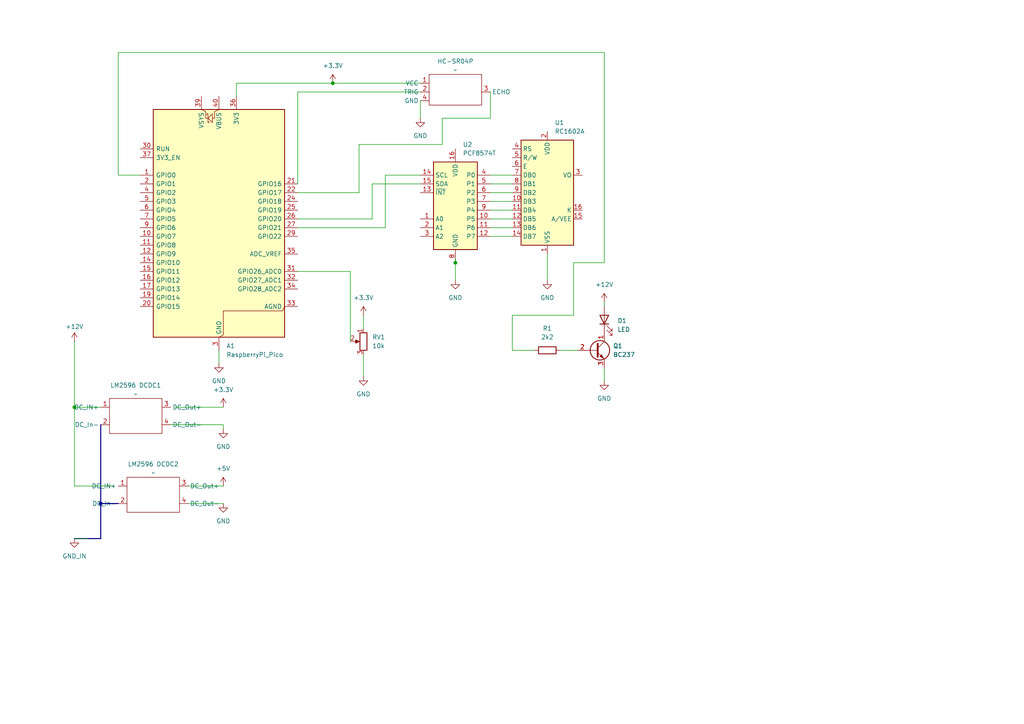
<source format=kicad_sch>
(kicad_sch (version 20250114) (generator "eeschema") (generator_version "9.0")
  (paper "A4")
  (title_block (title "Distance alarm using Pi Pico") (date "2025-04-23") (rev "0.1") (company "TLC IT Consulting"))
  (lib_symbols
    (symbol "Converter_DCDC:LM2596_StepDown" (in_bom no) (on_board no)
      (property "Reference" "LM2596 DCDC" (at 3.81 0 0))
      (symbol "LM2596_StepDown_0_1"
        (rectangle (start -3.81 5.08) (end 11.43 -5.08))
      )
      (symbol "LM2596_StepDown_1_1"
        (pin input line (at -3.81 2.54 180) (length 2.54) (name "DC_IN+") (number "1"))
        (pin input line (at -3.81 -2.54 180) (length 2.54) (name "DC_In-") (number "2"))
        (pin output line (at 11.43 2.54 0) (length 2.54) (name "DC_Out+") (number "3"))
        (pin output line (at 11.43 -2.54 0) (length 2.54) (name "DC_Out-") (number "4"))
      )
    )
    (symbol "Device:LED" (pin_numbers (hide yes)) (pin_names (offset 1.016) (hide yes))
      (property "Reference" "D" (at 0 2.54 0))
      (property "Value" "LED" (at 0 -2.54 0))
      (symbol "LED_0_1"
        (polyline (pts (xy -3.048 -0.762) (xy -4.572 -2.286) (xy -3.81 -2.286) (xy -4.572 -2.286) (xy -4.572 -1.524)))
        (polyline (pts (xy -1.778 -0.762) (xy -3.302 -2.286) (xy -2.54 -2.286) (xy -3.302 -2.286) (xy -3.302 -1.524)))
        (polyline (pts (xy -1.27 0) (xy 1.27 0)))
        (polyline (pts (xy -1.27 -1.27) (xy -1.27 1.27)) (stroke (width 0.254)))
        (polyline (pts (xy 1.27 -1.27) (xy 1.27 1.27) (xy -1.27 0) (xy 1.27 -1.27)) (stroke (width 0.254)))
      )
      (symbol "LED_1_1"
        (pin passive line (at -3.81 0 0) (length 2.54) (name "K") (number "1"))
        (pin passive line (at 3.81 0 180) (length 2.54) (name "A") (number "2"))
      )
    )
    (symbol "Device:R" (pin_numbers (hide yes)) (pin_names (offset 0))
      (property "Reference" "R" (at 2.032 0 90))
      (property "Value" "R" (at 0 0 90))
      (symbol "R_0_1"
        (rectangle (start -1.016 -2.54) (end 1.016 2.54) (stroke (width 0.254)))
      )
      (symbol "R_1_1"
        (pin passive line (at 0 3.81 270) (length 1.27) (name "~") (number "1"))
        (pin passive line (at 0 -3.81 90) (length 1.27) (name "~") (number "2"))
      )
    )
    (symbol "Device:R_Potentiometer" (pin_names (offset 1.016) (hide yes))
      (property "Reference" "RV" (at -4.445 0 90))
      (property "Value" "R_Potentiometer" (at -2.54 0 90))
      (symbol "R_Potentiometer_0_1"
        (rectangle (start 1.016 2.54) (end -1.016 -2.54) (stroke (width 0.254)))
        (polyline (pts (xy 1.143 0) (xy 2.286 0.508) (xy 2.286 -0.508) (xy 1.143 0)) (fill (type outline)))
        (polyline (pts (xy 2.54 0) (xy 1.524 0)))
      )
      (symbol "R_Potentiometer_1_1"
        (pin passive line (at 0 3.81 270) (length 1.27) (name "1") (number "1"))
        (pin passive line (at 0 -3.81 90) (length 1.27) (name "3") (number "3"))
        (pin passive line (at 3.81 0 180) (length 1.27) (name "2") (number "2"))
      )
    )
    (symbol "Display_Character:RC1602A"
      (property "Reference" "U" (at -6.35 16.51 0))
      (property "Value" "RC1602A" (at 2.794 16.51 0))
      (symbol "RC1602A_0_1"
        (rectangle (start -7.62 15.24) (end 7.62 -15.24) (stroke (width 0.254)) (fill (type background)))
      )
      (symbol "RC1602A_1_1"
        (pin input line (at -10.16 12.7 0) (length 2.54) (name "RS") (number "4"))
        (pin input line (at -10.16 10.16 0) (length 2.54) (name "R/W") (number "5"))
        (pin input line (at -10.16 7.62 0) (length 2.54) (name "E") (number "6"))
        (pin bidirectional line (at -10.16 5.08 0) (length 2.54) (name "DB0") (number "7"))
        (pin bidirectional line (at -10.16 2.54 0) (length 2.54) (name "DB1") (number "8"))
        (pin bidirectional line (at -10.16 0 0) (length 2.54) (name "DB2") (number "9"))
        (pin bidirectional line (at -10.16 -2.54 0) (length 2.54) (name "DB3") (number "10"))
        (pin bidirectional line (at -10.16 -5.08 0) (length 2.54) (name "DB4") (number "11"))
        (pin bidirectional line (at -10.16 -7.62 0) (length 2.54) (name "DB5") (number "12"))
        (pin bidirectional line (at -10.16 -10.16 0) (length 2.54) (name "DB6") (number "13"))
        (pin bidirectional line (at -10.16 -12.7 0) (length 2.54) (name "DB7") (number "14"))
        (pin power_in line (at 0 17.78 270) (length 2.54) (name "VDD") (number "2"))
        (pin power_in line (at 0 -17.78 90) (length 2.54) (name "VSS") (number "1"))
        (pin power_in line (at 10.16 5.08 180) (length 2.54) (name "VO") (number "3"))
        (pin power_in line (at 10.16 -5.08 180) (length 2.54) (name "K") (number "16"))
        (pin power_in line (at 10.16 -7.62 180) (length 2.54) (name "A/VEE") (number "15"))
      )
    )
    (symbol "Interface_Expansion:PCF8574T"
      (property "Reference" "U" (at -6.35 12.954 0))
      (property "Value" "PCF8574T" (at 3.048 12.954 0))
      (symbol "PCF8574T_0_1"
        (rectangle (start -6.35 -13.97) (end 6.35 11.43) (stroke (width 0.254)) (fill (type background)))
      )
      (symbol "PCF8574T_1_1"
        (pin input line (at -10.16 7.62 0) (length 3.81) (name "SCL") (number "14"))
        (pin bidirectional line (at -10.16 5.08 0) (length 3.81) (name "SDA") (number "15"))
        (pin open_collector line (at -10.16 2.54 0) (length 3.81) (name "~{INT}") (number "13"))
        (pin input line (at -10.16 -5.08 0) (length 3.81) (name "A0") (number "1"))
        (pin input line (at -10.16 -7.62 0) (length 3.81) (name "A1") (number "2"))
        (pin input line (at -10.16 -10.16 0) (length 3.81) (name "A2") (number "3"))
        (pin power_in line (at 0 15.24 270) (length 3.81) (name "VDD") (number "16"))
        (pin power_in line (at 0 -17.78 90) (length 3.81) (name "GND") (number "8"))
        (pin bidirectional line (at 10.16 7.62 180) (length 3.81) (name "P0") (number "4"))
        (pin bidirectional line (at 10.16 5.08 180) (length 3.81) (name "P1") (number "5"))
        (pin bidirectional line (at 10.16 2.54 180) (length 3.81) (name "P2") (number "6"))
        (pin bidirectional line (at 10.16 0 180) (length 3.81) (name "P3") (number "7"))
        (pin bidirectional line (at 10.16 -2.54 180) (length 3.81) (name "P4") (number "9"))
        (pin bidirectional line (at 10.16 -5.08 180) (length 3.81) (name "P5") (number "10"))
        (pin bidirectional line (at 10.16 -7.62 180) (length 3.81) (name "P6") (number "11"))
        (pin bidirectional line (at 10.16 -10.16 180) (length 3.81) (name "P7") (number "12"))
      )
    )
    (symbol "MCU_Module:RaspberryPi_Pico" (pin_names (offset 0.762))
      (property "Reference" "A" (at -19.05 35.56 0))
      (property "Value" "RaspberryPi_Pico" (at 7.62 35.56 0))
      (symbol "RaspberryPi_Pico_0_1"
        (rectangle (start -19.05 34.29) (end 19.05 -31.75) (stroke (width 0.254)) (fill (type background)))
        (polyline (pts (xy -5.08 34.29) (xy -3.81 33.655) (xy -3.81 31.75) (xy -3.175 31.75)))
        (polyline (pts (xy -3.429 32.766) (xy -3.429 33.02) (xy -3.175 33.02) (xy -3.175 30.48) (xy -2.921 30.48) (xy -2.921 30.734)))
        (polyline (pts (xy -3.175 31.75) (xy -1.905 33.02) (xy -1.905 30.48) (xy -3.175 31.75)))
        (polyline (pts (xy 0 34.29) (xy -1.27 33.655) (xy -1.27 31.75) (xy -1.905 31.75)))
        (polyline (pts (xy 0 -31.75) (xy 1.27 -31.115) (xy 1.27 -24.13) (xy 18.415 -24.13) (xy 19.05 -22.86)))
      )
      (symbol "RaspberryPi_Pico_1_1"
        (pin passive line (at -22.86 22.86 0) (length 3.81) (name "RUN") (number "30"))
        (pin passive line (at -22.86 20.32 0) (length 3.81) (name "3V3_EN") (number "37"))
        (pin bidirectional line (at -22.86 15.24 0) (length 3.81) (name "GPIO0") (number "1"))
        (pin bidirectional line (at -22.86 12.7 0) (length 3.81) (name "GPIO1") (number "2"))
        (pin bidirectional line (at -22.86 10.16 0) (length 3.81) (name "GPIO2") (number "4"))
        (pin bidirectional line (at -22.86 7.62 0) (length 3.81) (name "GPIO3") (number "5"))
        (pin bidirectional line (at -22.86 5.08 0) (length 3.81) (name "GPIO4") (number "6"))
        (pin bidirectional line (at -22.86 2.54 0) (length 3.81) (name "GPIO5") (number "7"))
        (pin bidirectional line (at -22.86 0 0) (length 3.81) (name "GPIO6") (number "9"))
        (pin bidirectional line (at -22.86 -2.54 0) (length 3.81) (name "GPIO7") (number "10"))
        (pin bidirectional line (at -22.86 -5.08 0) (length 3.81) (name "GPIO8") (number "11"))
        (pin bidirectional line (at -22.86 -7.62 0) (length 3.81) (name "GPIO9") (number "12"))
        (pin bidirectional line (at -22.86 -10.16 0) (length 3.81) (name "GPIO10") (number "14"))
        (pin bidirectional line (at -22.86 -12.7 0) (length 3.81) (name "GPIO11") (number "15"))
        (pin bidirectional line (at -22.86 -15.24 0) (length 3.81) (name "GPIO12") (number "16"))
        (pin bidirectional line (at -22.86 -17.78 0) (length 3.81) (name "GPIO13") (number "17"))
        (pin bidirectional line (at -22.86 -20.32 0) (length 3.81) (name "GPIO14") (number "19"))
        (pin bidirectional line (at -22.86 -22.86 0) (length 3.81) (name "GPIO15") (number "20"))
        (pin power_in line (at -5.08 38.1 270) (length 3.81) (name "VSYS") (number "39"))
        (pin power_out line (at 0 38.1 270) (length 3.81) (name "VBUS") (number "40"))
        (pin passive line (at 0 -35.56 90) (length 3.81) (hide yes) (name "GND") (number "13"))
        (pin passive line (at 0 -35.56 90) (length 3.81) (hide yes) (name "GND") (number "18"))
        (pin passive line (at 0 -35.56 90) (length 3.81) (hide yes) (name "GND") (number "23"))
        (pin passive line (at 0 -35.56 90) (length 3.81) (hide yes) (name "GND") (number "28"))
        (pin power_out line (at 0 -35.56 90) (length 3.81) (name "GND") (number "3"))
        (pin passive line (at 0 -35.56 90) (length 3.81) (hide yes) (name "GND") (number "38"))
        (pin passive line (at 0 -35.56 90) (length 3.81) (hide yes) (name "GND") (number "8"))
        (pin power_out line (at 5.08 38.1 270) (length 3.81) (name "3V3") (number "36"))
        (pin bidirectional line (at 22.86 12.7 180) (length 3.81) (name "GPIO16") (number "21"))
        (pin bidirectional line (at 22.86 10.16 180) (length 3.81) (name "GPIO17") (number "22"))
        (pin bidirectional line (at 22.86 7.62 180) (length 3.81) (name "GPIO18") (number "24"))
        (pin bidirectional line (at 22.86 5.08 180) (length 3.81) (name "GPIO19") (number "25"))
        (pin bidirectional line (at 22.86 2.54 180) (length 3.81) (name "GPIO20") (number "26"))
        (pin bidirectional line (at 22.86 0 180) (length 3.81) (name "GPIO21") (number "27"))
        (pin bidirectional line (at 22.86 -2.54 180) (length 3.81) (name "GPIO22") (number "29"))
        (pin power_in line (at 22.86 -7.62 180) (length 3.81) (name "ADC_VREF") (number "35"))
        (pin bidirectional line (at 22.86 -12.7 180) (length 3.81) (name "GPIO26_ADC0") (number "31"))
        (pin bidirectional line (at 22.86 -15.24 180) (length 3.81) (name "GPIO27_ADC1") (number "32"))
        (pin bidirectional line (at 22.86 -17.78 180) (length 3.81) (name "GPIO28_ADC2") (number "34"))
        (pin power_out line (at 22.86 -22.86 180) (length 3.81) (name "AGND") (number "33"))
      )
    )
    (symbol "Sensor_Distance:SR04_1"
      (property "Reference" "US" (at 0 0 0))
      (symbol "SR04_1_0_1"
        (rectangle (start -6.35 2.54) (end 8.89 -6.35))
      )
      (symbol "SR04_1_1_1"
        (pin input line (at -6.35 0 180) (length 2.54) (name "VCC") (number "1"))
        (pin input line (at -6.35 -2.54 180) (length 2.54) (name "TRIG") (number "2"))
        (pin input line (at -6.35 -5.08 180) (length 2.54) (name "GND") (number "4"))
        (pin output line (at 8.89 -2.54 0) (length 2.54) (name "ECHO") (number "3"))
      )
    )
    (symbol "Transistor_BJT:BC237" (pin_names (offset 0) (hide yes))
      (property "Reference" "Q" (at 5.08 1.905 0))
      (property "Value" "BC237" (at 5.08 0 0))
      (symbol "BC237_0_1"
        (polyline (pts (xy -2.54 0) (xy 0.635 0)))
        (polyline (pts (xy 0.635 1.905) (xy 0.635 -1.905)) (stroke (width 0.508)))
        (circle (center 1.27 0) (radius 2.8194) (stroke (width 0.254)))
      )
      (symbol "BC237_1_1"
        (polyline (pts (xy 0.635 0.635) (xy 2.54 2.54)))
        (polyline (pts (xy 0.635 -0.635) (xy 2.54 -2.54)))
        (polyline (pts (xy 1.27 -1.778) (xy 1.778 -1.27) (xy 2.286 -2.286) (xy 1.27 -1.778)) (fill (type outline)))
        (pin input line (at -5.08 0 0) (length 2.54) (name "B") (number "2"))
        (pin passive line (at 2.54 5.08 270) (length 2.54) (name "C") (number "1"))
        (pin passive line (at 2.54 -5.08 90) (length 2.54) (name "E") (number "3"))
      )
    )
    (symbol "power:+12V" (power) (pin_numbers (hide yes)) (pin_names (offset 0) (hide yes))
      (property "Value" "+12V" (at 0 3.556 0))
      (symbol "+12V_0_1"
        (polyline (pts (xy -0.762 1.27) (xy 0 2.54)))
        (polyline (pts (xy 0 2.54) (xy 0.762 1.27)))
        (polyline (pts (xy 0 0) (xy 0 2.54)))
      )
      (symbol "+12V_1_1"
        (pin power_in line (at 0 0 90) (length 0) (name "~") (number "1"))
      )
    )
    (symbol "power:+3.3V" (power) (pin_numbers (hide yes)) (pin_names (offset 0) (hide yes))
      (property "Value" "+3.3V" (at 0 3.556 0))
      (symbol "+3.3V_0_1"
        (polyline (pts (xy -0.762 1.27) (xy 0 2.54)))
        (polyline (pts (xy 0 2.54) (xy 0.762 1.27)))
        (polyline (pts (xy 0 0) (xy 0 2.54)))
      )
      (symbol "+3.3V_1_1"
        (pin power_in line (at 0 0 90) (length 0) (name "~") (number "1"))
      )
    )
    (symbol "power:+5V" (power) (pin_numbers (hide yes)) (pin_names (offset 0) (hide yes))
      (property "Value" "+5V" (at 0 3.556 0))
      (symbol "+5V_0_1"
        (polyline (pts (xy -0.762 1.27) (xy 0 2.54)))
        (polyline (pts (xy 0 2.54) (xy 0.762 1.27)))
        (polyline (pts (xy 0 0) (xy 0 2.54)))
      )
      (symbol "+5V_1_1"
        (pin power_in line (at 0 0 90) (length 0) (name "~") (number "1"))
      )
    )
    (symbol "power:GND" (power) (pin_numbers (hide yes)) (pin_names (offset 0) (hide yes))
      (property "Value" "GND" (at 0 -3.81 0))
      (symbol "GND_0_1"
        (polyline (pts (xy 0 0) (xy 0 -1.27) (xy 1.27 -1.27) (xy 0 -2.54) (xy -1.27 -1.27) (xy 0 -1.27)))
      )
      (symbol "GND_1_1"
        (pin power_in line (at 0 0 270) (length 0) (name "~") (number "1"))
      )
    )
  )
  (junction (at 21.59 118.11))
  (junction (at 29.21 146.05))
  (junction (at 96.52 24.13))
  (junction (at 132.08 76.2))
  (wire (pts (xy 175.26 15.24) (xy 175.26 76.2)))
  (wire (pts (xy 86.36 66.04) (xy 111.76 66.04)))
  (wire (pts (xy 21.59 140.97) (xy 33.02 140.97)))
  (bus (pts (xy 29.21 146.05) (xy 34.29 146.05)))
  (wire (pts (xy 111.76 50.8) (xy 121.92 50.8)))
  (wire (pts (xy 148.59 91.44) (xy 148.59 101.6)))
  (bus (pts (xy 21.59 156.21) (xy 29.21 156.21)))
  (wire (pts (xy 132.08 74.93) (xy 132.08 76.2)))
  (wire (pts (xy 142.24 63.5) (xy 148.59 63.5)))
  (wire (pts (xy 54.61 140.97) (xy 64.77 140.97)))
  (wire (pts (xy 162.56 101.6) (xy 167.64 101.6)))
  (wire (pts (xy 142.24 55.88) (xy 148.59 55.88)))
  (wire (pts (xy 64.77 123.19) (xy 64.77 124.46)))
  (wire (pts (xy 111.76 66.04) (xy 111.76 50.8)))
  (wire (pts (xy 68.58 27.94) (xy 68.58 24.13)))
  (wire (pts (xy 21.59 118.11) (xy 29.21 118.11)))
  (wire (pts (xy 68.58 24.13) (xy 96.52 24.13)))
  (wire (pts (xy 34.29 15.24) (xy 175.26 15.24)))
  (wire (pts (xy 142.24 66.04) (xy 148.59 66.04)))
  (wire (pts (xy 175.26 87.63) (xy 175.26 88.9)))
  (wire (pts (xy 40.64 50.8) (xy 34.29 50.8)))
  (wire (pts (xy 175.26 76.2) (xy 166.37 76.2)))
  (wire (pts (xy 105.41 91.44) (xy 105.41 95.25)))
  (wire (pts (xy 86.36 78.74) (xy 101.6 78.74)))
  (bus (pts (xy 29.21 146.05) (xy 29.21 156.21)))
  (wire (pts (xy 175.26 106.68) (xy 175.26 110.49)))
  (wire (pts (xy 158.75 73.66) (xy 158.75 81.28)))
  (wire (pts (xy 142.24 53.34) (xy 148.59 53.34)))
  (wire (pts (xy 50.8 118.11) (xy 64.77 118.11)))
  (wire (pts (xy 21.59 99.06) (xy 21.59 118.11)))
  (wire (pts (xy 86.36 26.67) (xy 86.36 53.34)))
  (wire (pts (xy 96.52 24.13) (xy 121.92 24.13)))
  (wire (pts (xy 34.29 50.8) (xy 34.29 15.24)))
  (wire (pts (xy 132.08 76.2) (xy 132.08 81.28)))
  (wire (pts (xy 142.24 26.67) (xy 142.24 34.29)))
  (wire (pts (xy 104.14 41.91) (xy 128.27 41.91)))
  (wire (pts (xy 21.59 118.11) (xy 21.59 140.97)))
  (wire (pts (xy 63.5 101.6) (xy 63.5 105.41)))
  (wire (pts (xy 86.36 55.88) (xy 104.14 55.88)))
  (wire (pts (xy 54.61 146.05) (xy 64.77 146.05)))
  (wire (pts (xy 142.24 50.8) (xy 148.59 50.8)))
  (bus (pts (xy 29.21 123.19) (xy 29.21 146.05)))
  (wire (pts (xy 121.92 26.67) (xy 86.36 26.67)))
  (wire (pts (xy 101.6 78.74) (xy 101.6 99.06)))
  (wire (pts (xy 166.37 76.2) (xy 166.37 91.44)))
  (wire (pts (xy 142.24 60.96) (xy 148.59 60.96)))
  (wire (pts (xy 25.4 156.21) (xy 21.59 156.21)))
  (wire (pts (xy 86.36 63.5) (xy 107.95 63.5)))
  (wire (pts (xy 49.53 123.19) (xy 64.77 123.19)))
  (wire (pts (xy 104.14 55.88) (xy 104.14 41.91)))
  (wire (pts (xy 107.95 53.34) (xy 121.92 53.34)))
  (wire (pts (xy 142.24 68.58) (xy 148.59 68.58)))
  (wire (pts (xy 166.37 91.44) (xy 148.59 91.44)))
  (wire (pts (xy 142.24 58.42) (xy 148.59 58.42)))
  (wire (pts (xy 148.59 101.6) (xy 154.94 101.6)))
  (wire (pts (xy 128.27 41.91) (xy 128.27 34.29)))
  (wire (pts (xy 121.92 29.21) (xy 121.92 34.29)))
  (wire (pts (xy 128.27 34.29) (xy 142.24 34.29)))
  (wire (pts (xy 105.41 102.87) (xy 105.41 109.22)))
  (wire (pts (xy 107.95 63.5) (xy 107.95 53.34)))
  (symbol (lib_id "power:+3.3V") (at 96.52 24.13 0) (unit 1)
    (property "Reference" "#PWR010" (effects (hide yes)))
    (property "Value" "+3.3V" (at 96.52 19.05 0))
    (property "Description" "Power symbol creates a global label with name \"+3.3V\"" (effects (hide yes)))
  )
  (symbol (lib_id "power:GND") (at 175.26 110.49 0) (unit 1)
    (property "Reference" "#PWR03" (effects (hide yes)))
    (property "Value" "GND" (at 175.26 115.57 0))
    (property "Description" "Power symbol creates a global label with name \"GND\" , ground" (effects (hide yes)))
  )
  (symbol (lib_id "Converter_DCDC:LM2596_StepDown") (at 40.64 143.51 0) (unit 1) (in_bom no) (on_board no)
    (property "Reference" "LM2596 DCDC2" (at 44.45 134.62 0))
    (property "Value" "~" (at 44.45 137.16 0))
  )
  (symbol (lib_id "power:GND") (at 21.59 156.21 0) (unit 1)
    (property "Reference" "#PWR04" (effects (hide yes)))
    (property "Value" "GND_IN" (at 21.59 161.29 0))
    (property "Description" "Power symbol creates a global label with name \"GND\" , ground" (effects (hide yes)))
  )
  (symbol (lib_id "power:GND") (at 63.5 105.41 0) (unit 1)
    (property "Reference" "#PWR05" (effects (hide yes)))
    (property "Value" "GND" (at 63.5 110.49 0))
    (property "Description" "Power symbol creates a global label with name \"GND\" , ground" (effects (hide yes)))
  )
  (symbol (lib_id "power:GND") (at 132.08 81.28 0) (unit 1)
    (property "Reference" "#PWR06" (effects (hide yes)))
    (property "Value" "GND" (at 132.08 86.36 0))
    (property "Description" "Power symbol creates a global label with name \"GND\" , ground" (effects (hide yes)))
  )
  (symbol (lib_id "power:+3.3V") (at 105.41 91.44 0) (unit 1)
    (property "Reference" "#PWR011" (effects (hide yes)))
    (property "Value" "+3.3V" (at 105.41 86.36 0))
    (property "Description" "Power symbol creates a global label with name \"+3.3V\"" (effects (hide yes)))
  )
  (symbol (lib_id "Device:R_Potentiometer") (at 105.41 99.06 0) (mirror y) (unit 1)
    (property "Reference" "RV1" (at 107.95 97.7899 0) (effects (justify right)))
    (property "Value" "10k" (at 107.95 100.3299 0) (effects (justify right)))
    (property "Description" "Potentiometer" (effects (hide yes)))
  )
  (symbol (lib_id "power:GND") (at 121.92 34.29 0) (unit 1)
    (property "Reference" "#PWR09" (effects (hide yes)))
    (property "Value" "GND" (at 121.92 39.37 0))
    (property "Description" "Power symbol creates a global label with name \"GND\" , ground" (effects (hide yes)))
  )
  (symbol (lib_id "power:GND") (at 64.77 124.46 0) (unit 1)
    (property "Reference" "#PWR014" (effects (hide yes)))
    (property "Value" "GND" (at 64.77 129.54 0))
    (property "Description" "Power symbol creates a global label with name \"GND\" , ground" (effects (hide yes)))
  )
  (symbol (lib_id "Display_Character:RC1602A") (at 158.75 55.88 0) (unit 1)
    (property "Reference" "U1" (at 160.8933 35.56 0) (effects (justify left)))
    (property "Value" "RC1602A" (at 160.8933 38.1 0) (effects (justify left)))
    (property "Footprint" "Display:RC1602A" (effects (hide yes)))
    (property "Datasheet" "http://www.raystar-optronics.com/down.php?ProID=18" (effects (hide yes)))
    (property "Description" "LCD 16x2 Alphanumeric gray backlight, 3 or 5V VDD" (effects (hide yes)))
  )
  (symbol (lib_id "Sensor_Distance:SR04_1") (at 130.81 24.13 0) (unit 1)
    (property "Reference" "HC-SR04P" (at 132.08 17.78 0))
    (property "Value" "~" (at 132.08 20.32 0))
  )
  (symbol (lib_id "power:+3.3V") (at 64.77 118.11 0) (unit 1)
    (property "Reference" "#PWR012" (effects (hide yes)))
    (property "Value" "+3.3V" (at 64.77 113.03 0))
    (property "Description" "Power symbol creates a global label with name \"+3.3V\"" (effects (hide yes)))
  )
  (symbol (lib_id "Transistor_BJT:BC237") (at 172.72 101.6 0) (unit 1)
    (property "Reference" "Q1" (at 177.8 100.3299 0) (effects (justify left)))
    (property "Value" "BC237" (at 177.8 102.8699 0) (effects (justify left)))
    (property "Footprint" "Package_TO_SOT_THT:TO-92_Inline" (effects (hide yes)))
    (property "Datasheet" "http://www.onsemi.com/pub_link/Collateral/BC237-D.PDF" (effects (hide yes)))
    (property "Description" "100mA Ic, 50V Vce, Epitaxial Silicon NPN Transistor, TO-92" (effects (hide yes)))
  )
  (symbol (lib_id "power:+12V") (at 21.59 99.06 0) (unit 1)
    (property "Reference" "#PWR01" (effects (hide yes)))
    (property "Value" "+12V" (at 21.59 94.742 0))
    (property "Description" "Power symbol creates a global label with name \"+12V\"" (effects (hide yes)))
  )
  (symbol (lib_id "power:GND") (at 64.77 146.05 0) (unit 1)
    (property "Reference" "#PWR015" (effects (hide yes)))
    (property "Value" "GND" (at 64.77 151.13 0))
    (property "Description" "Power symbol creates a global label with name \"GND\" , ground" (effects (hide yes)))
  )
  (symbol (lib_id "Device:LED") (at 175.26 92.71 90) (unit 1)
    (property "Reference" "D1" (at 179.07 93.0274 90) (effects (justify right)))
    (property "Value" "LED" (at 179.07 95.5674 90) (effects (justify right)))
    (property "Description" "Light emitting diode" (effects (hide yes)))
    (property "Sim.Pins" "1=K 2=A" (effects (hide yes)))
  )
  (symbol (lib_id "power:GND") (at 105.41 109.22 0) (unit 1)
    (property "Reference" "#PWR08" (effects (hide yes)))
    (property "Value" "GND" (at 105.41 114.3 0))
    (property "Description" "Power symbol creates a global label with name \"GND\" , ground" (effects (hide yes)))
  )
  (symbol (lib_id "Converter_DCDC:LM2596_StepDown") (at 35.56 120.65 0) (unit 1) (in_bom no) (on_board no)
    (property "Reference" "LM2596 DCDC1" (at 39.37 111.76 0))
    (property "Value" "~" (at 39.37 114.3 0))
  )
  (symbol (lib_id "power:+12V") (at 175.26 87.63 0) (unit 1)
    (property "Reference" "#PWR02" (effects (hide yes)))
    (property "Value" "+12V" (at 175.26 82.55 0))
    (property "Description" "Power symbol creates a global label with name \"+12V\"" (effects (hide yes)))
  )
  (symbol (lib_id "power:GND") (at 158.75 81.28 0) (unit 1)
    (property "Reference" "#PWR07" (effects (hide yes)))
    (property "Value" "GND" (at 158.75 86.36 0))
    (property "Description" "Power symbol creates a global label with name \"GND\" , ground" (effects (hide yes)))
  )
  (symbol (lib_id "Device:R") (at 158.75 101.6 270) (unit 1)
    (property "Reference" "R1" (at 158.75 95.25 90))
    (property "Value" "2k2" (at 158.75 97.79 90))
    (property "Description" "Resistor" (effects (hide yes)))
  )
  (symbol (lib_id "MCU_Module:RaspberryPi_Pico") (at 63.5 66.04 0) (unit 1)
    (property "Reference" "A1" (at 65.6433 100.33 0) (effects (justify left)))
    (property "Value" "RaspberryPi_Pico" (at 65.6433 102.87 0) (effects (justify left)))
    (property "Footprint" "Module:RaspberryPi_Pico_Common_Unspecified" (effects (hide yes)))
    (property "Datasheet" "https://datasheets.raspberrypi.com/pico/pico-datasheet.pdf" (effects (hide yes)))
    (property "Description" "Versatile and inexpensive microcontroller module powered by RP2040 dual-core Arm Cortex-M0+ processor up to 133 MHz, 264kB SRAM, 2MB QSPI flash; also supports Raspberry Pi Pico 2" (effects (hide yes)))
  )
  (symbol (lib_id "Interface_Expansion:PCF8574T") (at 132.08 58.42 0) (unit 1)
    (property "Reference" "U2" (at 134.2233 41.91 0) (effects (justify left)))
    (property "Value" "PCF8574T" (at 134.2233 44.45 0) (effects (justify left)))
    (property "Footprint" "Package_SO:SOIC-16W_7.5x10.3mm_P1.27mm" (effects (hide yes)))
    (property "Datasheet" "http://www.nxp.com/docs/en/data-sheet/PCF8574_PCF8574A.pdf" (effects (hide yes)))
    (property "Description" "8 Bit Port/Expander to I2C Bus, fixed address bits 0b0100, SOIC-16" (effects (hide yes)))
  )
  (symbol (lib_id "power:+5V") (at 64.77 140.97 0) (unit 1)
    (property "Reference" "#PWR013" (effects (hide yes)))
    (property "Value" "+5V" (at 64.77 135.89 0))
    (property "Description" "Power symbol creates a global label with name \"+5V\"" (effects (hide yes)))
  )
)
</source>
